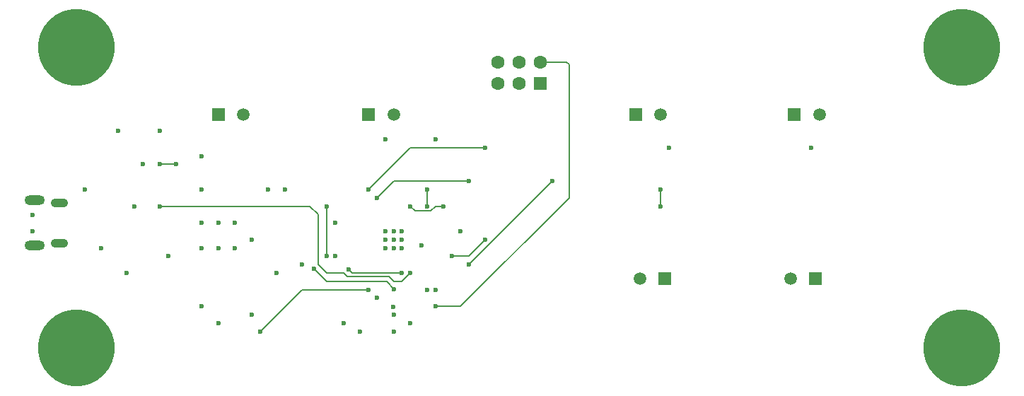
<source format=gbr>
%TF.GenerationSoftware,KiCad,Pcbnew,8.0.4*%
%TF.CreationDate,2024-12-23T16:55:19-08:00*%
%TF.ProjectId,Butterfly_v0,42757474-6572-4666-9c79-5f76302e6b69,rev?*%
%TF.SameCoordinates,Original*%
%TF.FileFunction,Copper,L4,Bot*%
%TF.FilePolarity,Positive*%
%FSLAX46Y46*%
G04 Gerber Fmt 4.6, Leading zero omitted, Abs format (unit mm)*
G04 Created by KiCad (PCBNEW 8.0.4) date 2024-12-23 16:55:19*
%MOMM*%
%LPD*%
G01*
G04 APERTURE LIST*
%TA.AperFunction,ComponentPad*%
%ADD10R,1.520000X1.520000*%
%TD*%
%TA.AperFunction,ComponentPad*%
%ADD11C,1.520000*%
%TD*%
%TA.AperFunction,ComponentPad*%
%ADD12R,1.605000X1.605000*%
%TD*%
%TA.AperFunction,ComponentPad*%
%ADD13C,1.605000*%
%TD*%
%TA.AperFunction,ComponentPad*%
%ADD14O,1.460000X0.730000*%
%TD*%
%TA.AperFunction,ComponentPad*%
%ADD15O,2.400000X1.200000*%
%TD*%
%TA.AperFunction,SMDPad,CuDef*%
%ADD16O,2.100000X1.050000*%
%TD*%
%TA.AperFunction,ComponentPad*%
%ADD17C,9.200000*%
%TD*%
%TA.AperFunction,ViaPad*%
%ADD18C,0.600000*%
%TD*%
%TA.AperFunction,Conductor*%
%ADD19C,0.150000*%
%TD*%
G04 APERTURE END LIST*
D10*
%TO.P,J6,1,1*%
%TO.N,Net-(J6-Pad1)*%
X145500000Y-84680000D03*
D11*
%TO.P,J6,2,2*%
%TO.N,GND*%
X142500000Y-84680000D03*
%TD*%
D10*
%TO.P,J4,1,1*%
%TO.N,+12V*%
X124000000Y-65000000D03*
D11*
%TO.P,J4,2,2*%
%TO.N,Net-(J4-Pad2)*%
X127000000Y-65000000D03*
%TD*%
D12*
%TO.P,J8,1,1*%
%TO.N,MISO*%
X112540000Y-61270000D03*
D13*
%TO.P,J8,2,2*%
%TO.N,+3.3V*%
X112540000Y-58730000D03*
%TO.P,J8,3,3*%
%TO.N,SCK*%
X110000000Y-61270000D03*
%TO.P,J8,4,4*%
%TO.N,MOSI*%
X110000000Y-58730000D03*
%TO.P,J8,5,5*%
%TO.N,RESET*%
X107460000Y-61270000D03*
%TO.P,J8,6,6*%
%TO.N,GND*%
X107460000Y-58730000D03*
%TD*%
D14*
%TO.P,J2,6,SHIELD*%
%TO.N,GND*%
X55030000Y-75575000D03*
%TO.P,J2,7,SHIELD*%
X55030000Y-80425000D03*
D15*
%TO.P,J2,8,SHIELD*%
X52000000Y-75275000D03*
%TO.P,J2,9,SHIELD*%
X52000000Y-80725000D03*
D16*
%TO.P,J2,10,SHIELD*%
X55030000Y-75575000D03*
%TO.P,J2,11,SHIELD*%
X55030000Y-80425000D03*
%TD*%
D10*
%TO.P,J7,1,1*%
%TO.N,Net-(J7-Pad1)*%
X127500000Y-84680000D03*
D11*
%TO.P,J7,2,2*%
%TO.N,GND*%
X124500000Y-84680000D03*
%TD*%
D10*
%TO.P,J3,1,1*%
%TO.N,+12V*%
X92000000Y-65000000D03*
D11*
%TO.P,J3,2,2*%
%TO.N,Net-(D2-PadA)*%
X95000000Y-65000000D03*
%TD*%
D17*
%TO.P,H3,1,1*%
%TO.N,GND*%
X163000000Y-93000000D03*
%TD*%
D10*
%TO.P,J5,1,1*%
%TO.N,+12V*%
X143000000Y-65000000D03*
D11*
%TO.P,J5,2,2*%
%TO.N,Net-(J5-Pad2)*%
X146000000Y-65000000D03*
%TD*%
D17*
%TO.P,H2,1,1*%
%TO.N,GND*%
X57000000Y-93000000D03*
%TD*%
D10*
%TO.P,J1,1,1*%
%TO.N,Net-(D1-A)*%
X74000000Y-65000000D03*
D11*
%TO.P,J1,2,2*%
%TO.N,GND*%
X77000000Y-65000000D03*
%TD*%
D17*
%TO.P,H4,1,1*%
%TO.N,GND*%
X163000000Y-57000000D03*
%TD*%
%TO.P,H1,1,1*%
%TO.N,GND*%
X57000000Y-57000000D03*
%TD*%
D18*
%TO.N,+12V*%
X72000000Y-70000000D03*
X72000000Y-74000000D03*
X82000000Y-74000000D03*
%TO.N,GND*%
X94000000Y-79000000D03*
X96000000Y-80000000D03*
X94000000Y-68000000D03*
X96000000Y-81000000D03*
X60000000Y-81000000D03*
X64000000Y-76000000D03*
X95000000Y-81000000D03*
X80000000Y-74000000D03*
X145000000Y-69000000D03*
X94000000Y-81000000D03*
X51750000Y-78962500D03*
X95000000Y-80000000D03*
X51750000Y-77037500D03*
X96000000Y-79000000D03*
X128000000Y-69000000D03*
X84000000Y-83000000D03*
X88000000Y-82000000D03*
X103000000Y-79000000D03*
X95000000Y-79000000D03*
X94000000Y-80000000D03*
X74000000Y-90000000D03*
X68000000Y-82000000D03*
X93000000Y-87000000D03*
X81000000Y-84000000D03*
X100000000Y-68000000D03*
X99000000Y-86000000D03*
X58000000Y-74000000D03*
%TO.N,+3.3V*%
X100000000Y-88000000D03*
X76000000Y-78000000D03*
X72000000Y-88000000D03*
X97000000Y-90000000D03*
X95000000Y-91000000D03*
X89000000Y-90000000D03*
X67000000Y-67000000D03*
X74000000Y-81000000D03*
X63000000Y-84000000D03*
X95000000Y-89000000D03*
X72000000Y-78000000D03*
X76000000Y-81000000D03*
X65000000Y-71000000D03*
X100000000Y-86000000D03*
X78000000Y-80000000D03*
X78000000Y-89000000D03*
X62000000Y-67000000D03*
X74000000Y-78000000D03*
X98374999Y-80675000D03*
X94934413Y-88065587D03*
X91000000Y-91000000D03*
X72000000Y-81000000D03*
X88000000Y-78000000D03*
%TO.N,RESET*%
X87000000Y-76000000D03*
X114000000Y-73000000D03*
X95077087Y-85922913D03*
X104000000Y-83000000D03*
X85500000Y-83500000D03*
X87000000Y-82000000D03*
%TO.N,Net-(U6-~{DTR}#)*%
X67000000Y-71000000D03*
X69000000Y-71000000D03*
%TO.N,TX-O*%
X97000000Y-84000000D03*
X67000000Y-76000000D03*
%TO.N,RX-I*%
X89617408Y-83567429D03*
X96000000Y-84000000D03*
%TO.N,SCK*%
X106000000Y-69000000D03*
X92000000Y-74000000D03*
%TO.N,MISO*%
X104000000Y-73000000D03*
X93000000Y-75000000D03*
%TO.N,SCL*%
X92000000Y-86000000D03*
X79000000Y-91000000D03*
%TO.N,PD5*%
X99000000Y-76000000D03*
X99000000Y-74000000D03*
%TO.N,PD6*%
X127000000Y-76000000D03*
X101000000Y-76000000D03*
X97000000Y-76000000D03*
X127000000Y-74000000D03*
%TO.N,PD3*%
X106000000Y-80000000D03*
X102000000Y-82000000D03*
%TD*%
D19*
%TO.N,SCL*%
X79000000Y-91000000D02*
X84000000Y-86000000D01*
X84000000Y-86000000D02*
X92000000Y-86000000D01*
%TO.N,+3.3V*%
X116000000Y-59000000D02*
X116000000Y-75000000D01*
X116000000Y-75000000D02*
X103000000Y-88000000D01*
X103000000Y-88000000D02*
X100000000Y-88000000D01*
X115730000Y-58730000D02*
X116000000Y-59000000D01*
X112540000Y-58730000D02*
X115730000Y-58730000D01*
%TO.N,RESET*%
X95077087Y-85922913D02*
X94154174Y-85000000D01*
X94154174Y-85000000D02*
X87000000Y-85000000D01*
X87000000Y-85000000D02*
X85500000Y-83500000D01*
X114000000Y-73000000D02*
X104000000Y-83000000D01*
X87000000Y-76000000D02*
X87000000Y-82000000D01*
%TO.N,Net-(U6-~{DTR}#)*%
X69000000Y-71000000D02*
X67000000Y-71000000D01*
%TO.N,TX-O*%
X67000000Y-76000000D02*
X85000000Y-76000000D01*
X87000000Y-84000000D02*
X89000000Y-84000000D01*
X85000000Y-76000000D02*
X86000000Y-77000000D01*
X89425000Y-84425000D02*
X94425000Y-84425000D01*
X96000000Y-85000000D02*
X97000000Y-84000000D01*
X95000000Y-85000000D02*
X96000000Y-85000000D01*
X86000000Y-77000000D02*
X86000000Y-83000000D01*
X86000000Y-83000000D02*
X87000000Y-84000000D01*
X89000000Y-84000000D02*
X89425000Y-84425000D01*
X94425000Y-84425000D02*
X95000000Y-85000000D01*
%TO.N,RX-I*%
X89617408Y-83567429D02*
X90049979Y-84000000D01*
X90049979Y-84000000D02*
X96000000Y-84000000D01*
%TO.N,SCK*%
X97000000Y-69000000D02*
X92000000Y-74000000D01*
X106000000Y-69000000D02*
X97000000Y-69000000D01*
%TO.N,MISO*%
X95000000Y-73000000D02*
X93000000Y-75000000D01*
X104000000Y-73000000D02*
X95000000Y-73000000D01*
%TO.N,PD5*%
X99000000Y-74000000D02*
X99000000Y-76000000D01*
%TO.N,PD6*%
X97575000Y-76575000D02*
X97000000Y-76000000D01*
X100000000Y-76000000D02*
X99425000Y-76575000D01*
X101000000Y-76000000D02*
X100000000Y-76000000D01*
X127000000Y-76000000D02*
X127000000Y-74000000D01*
X99425000Y-76575000D02*
X97575000Y-76575000D01*
%TO.N,PD3*%
X106000000Y-80000000D02*
X104000000Y-82000000D01*
X104000000Y-82000000D02*
X102000000Y-82000000D01*
%TD*%
M02*

</source>
